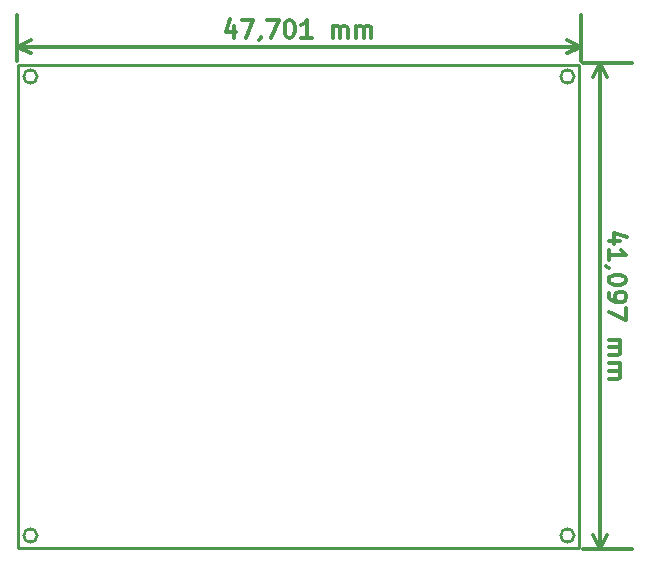
<source format=gbr>
G04 (created by PCBNEW (2013-june-11)-stable) date Fri 08 Nov 2013 23:00:49 ART*
%MOIN*%
G04 Gerber Fmt 3.4, Leading zero omitted, Abs format*
%FSLAX34Y34*%
G01*
G70*
G90*
G04 APERTURE LIST*
%ADD10C,0.00393701*%
%ADD11C,0.011811*%
%ADD12C,0.00984252*%
G04 APERTURE END LIST*
G54D10*
G54D11*
X115966Y-35684D02*
X115572Y-35684D01*
X116191Y-35544D02*
X115769Y-35403D01*
X115769Y-35769D01*
X115572Y-36303D02*
X115572Y-35965D01*
X115572Y-36134D02*
X116163Y-36134D01*
X116078Y-36078D01*
X116022Y-36022D01*
X115994Y-35965D01*
X115600Y-36584D02*
X115572Y-36584D01*
X115516Y-36556D01*
X115488Y-36528D01*
X116163Y-36950D02*
X116163Y-37006D01*
X116134Y-37062D01*
X116106Y-37090D01*
X116050Y-37118D01*
X115938Y-37146D01*
X115797Y-37146D01*
X115684Y-37118D01*
X115628Y-37090D01*
X115600Y-37062D01*
X115572Y-37006D01*
X115572Y-36950D01*
X115600Y-36893D01*
X115628Y-36865D01*
X115684Y-36837D01*
X115797Y-36809D01*
X115938Y-36809D01*
X116050Y-36837D01*
X116106Y-36865D01*
X116134Y-36893D01*
X116163Y-36950D01*
X115572Y-37428D02*
X115572Y-37540D01*
X115600Y-37596D01*
X115628Y-37625D01*
X115713Y-37681D01*
X115825Y-37709D01*
X116050Y-37709D01*
X116106Y-37681D01*
X116134Y-37653D01*
X116163Y-37596D01*
X116163Y-37484D01*
X116134Y-37428D01*
X116106Y-37400D01*
X116050Y-37371D01*
X115909Y-37371D01*
X115853Y-37400D01*
X115825Y-37428D01*
X115797Y-37484D01*
X115797Y-37596D01*
X115825Y-37653D01*
X115853Y-37681D01*
X115909Y-37709D01*
X116163Y-37906D02*
X116163Y-38299D01*
X115572Y-38046D01*
X115572Y-38974D02*
X115966Y-38974D01*
X115909Y-38974D02*
X115938Y-39002D01*
X115966Y-39059D01*
X115966Y-39143D01*
X115938Y-39199D01*
X115881Y-39227D01*
X115572Y-39227D01*
X115881Y-39227D02*
X115938Y-39256D01*
X115966Y-39312D01*
X115966Y-39396D01*
X115938Y-39452D01*
X115881Y-39481D01*
X115572Y-39481D01*
X115572Y-39762D02*
X115966Y-39762D01*
X115909Y-39762D02*
X115938Y-39790D01*
X115966Y-39846D01*
X115966Y-39930D01*
X115938Y-39987D01*
X115881Y-40015D01*
X115572Y-40015D01*
X115881Y-40015D02*
X115938Y-40043D01*
X115966Y-40099D01*
X115966Y-40184D01*
X115938Y-40240D01*
X115881Y-40268D01*
X115572Y-40268D01*
X115279Y-29760D02*
X115279Y-45940D01*
X114720Y-29760D02*
X116342Y-29760D01*
X114720Y-45940D02*
X116342Y-45940D01*
X115279Y-45940D02*
X115049Y-45496D01*
X115279Y-45940D02*
X115510Y-45496D01*
X115279Y-29760D02*
X115049Y-30203D01*
X115279Y-29760D02*
X115510Y-30203D01*
X103084Y-28513D02*
X103084Y-28907D01*
X102944Y-28288D02*
X102803Y-28710D01*
X103169Y-28710D01*
X103337Y-28316D02*
X103731Y-28316D01*
X103478Y-28907D01*
X103984Y-28879D02*
X103984Y-28907D01*
X103956Y-28963D01*
X103928Y-28991D01*
X104181Y-28316D02*
X104575Y-28316D01*
X104321Y-28907D01*
X104912Y-28316D02*
X104968Y-28316D01*
X105025Y-28345D01*
X105053Y-28373D01*
X105081Y-28429D01*
X105109Y-28541D01*
X105109Y-28682D01*
X105081Y-28795D01*
X105053Y-28851D01*
X105025Y-28879D01*
X104968Y-28907D01*
X104912Y-28907D01*
X104856Y-28879D01*
X104828Y-28851D01*
X104800Y-28795D01*
X104771Y-28682D01*
X104771Y-28541D01*
X104800Y-28429D01*
X104828Y-28373D01*
X104856Y-28345D01*
X104912Y-28316D01*
X105671Y-28907D02*
X105334Y-28907D01*
X105503Y-28907D02*
X105503Y-28316D01*
X105446Y-28401D01*
X105390Y-28457D01*
X105334Y-28485D01*
X106374Y-28907D02*
X106374Y-28513D01*
X106374Y-28570D02*
X106402Y-28541D01*
X106459Y-28513D01*
X106543Y-28513D01*
X106599Y-28541D01*
X106627Y-28598D01*
X106627Y-28907D01*
X106627Y-28598D02*
X106656Y-28541D01*
X106712Y-28513D01*
X106796Y-28513D01*
X106852Y-28541D01*
X106881Y-28598D01*
X106881Y-28907D01*
X107162Y-28907D02*
X107162Y-28513D01*
X107162Y-28570D02*
X107190Y-28541D01*
X107246Y-28513D01*
X107330Y-28513D01*
X107387Y-28541D01*
X107415Y-28598D01*
X107415Y-28907D01*
X107415Y-28598D02*
X107443Y-28541D01*
X107499Y-28513D01*
X107584Y-28513D01*
X107640Y-28541D01*
X107668Y-28598D01*
X107668Y-28907D01*
X95860Y-29200D02*
X114640Y-29200D01*
X95860Y-29680D02*
X95860Y-28137D01*
X114640Y-29680D02*
X114640Y-28137D01*
X114640Y-29200D02*
X114196Y-29430D01*
X114640Y-29200D02*
X114196Y-28969D01*
X95860Y-29200D02*
X96303Y-29430D01*
X95860Y-29200D02*
X96303Y-28969D01*
G54D12*
X114423Y-30200D02*
G75*
G03X114423Y-30200I-223J0D01*
G74*
G01*
X114423Y-45500D02*
G75*
G03X114423Y-45500I-223J0D01*
G74*
G01*
X96523Y-45500D02*
G75*
G03X96523Y-45500I-223J0D01*
G74*
G01*
X96523Y-30200D02*
G75*
G03X96523Y-30200I-223J0D01*
G74*
G01*
X95900Y-29800D02*
X95900Y-30300D01*
X114600Y-29800D02*
X95900Y-29800D01*
X114600Y-45900D02*
X114600Y-29800D01*
X114300Y-45900D02*
X114600Y-45900D01*
X95900Y-45900D02*
X114300Y-45900D01*
X95900Y-30200D02*
X95900Y-45900D01*
M02*

</source>
